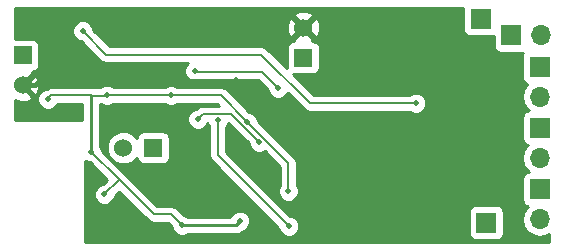
<source format=gbl>
G04 #@! TF.FileFunction,Copper,L2,Bot,Signal*
%FSLAX46Y46*%
G04 Gerber Fmt 4.6, Leading zero omitted, Abs format (unit mm)*
G04 Created by KiCad (PCBNEW 4.0.4-stable) date 09/22/17 01:36:47*
%MOMM*%
%LPD*%
G01*
G04 APERTURE LIST*
%ADD10C,0.150000*%
%ADD11R,1.524000X1.524000*%
%ADD12C,1.524000*%
%ADD13R,1.700000X1.700000*%
%ADD14O,1.700000X1.700000*%
%ADD15C,0.508000*%
%ADD16C,0.152000*%
%ADD17C,0.457200*%
%ADD18C,0.229000*%
%ADD19C,0.254000*%
G04 APERTURE END LIST*
D10*
D11*
X291025520Y-117905240D03*
D12*
X291025520Y-115365240D03*
D13*
X311035640Y-129055840D03*
D14*
X311035640Y-131595840D03*
D13*
X311035640Y-123853920D03*
D14*
X311035640Y-126393920D03*
D13*
X311020400Y-118667240D03*
D14*
X311020400Y-121207240D03*
D11*
X267250000Y-117710000D03*
D12*
X267250000Y-120250000D03*
D13*
X306030000Y-114620000D03*
D11*
X278315360Y-125535400D03*
D12*
X275775360Y-125535400D03*
D13*
X306504280Y-131875240D03*
X308622640Y-116025640D03*
D14*
X311162640Y-116025640D03*
D15*
X270238160Y-116614920D03*
X285290000Y-119810000D03*
X280440000Y-119800000D03*
X293525000Y-125500000D03*
X298875000Y-131350000D03*
X298475000Y-120800000D03*
X291725000Y-128350000D03*
X274180240Y-129497800D03*
X274380000Y-121080000D03*
X289760000Y-129210000D03*
X286282500Y-123362500D03*
X285625000Y-131775000D03*
X280760000Y-132120000D03*
X273050000Y-125880000D03*
X279820000Y-121110000D03*
X269380000Y-121420000D03*
X272328580Y-115647180D03*
X300550520Y-121776200D03*
X281820560Y-119076180D03*
X288881760Y-120516360D03*
X287276480Y-125057880D03*
X282079640Y-123122400D03*
X289790000Y-132180000D03*
X283770000Y-123230000D03*
D16*
X285290000Y-119810000D02*
X286438040Y-119810000D01*
X292128040Y-125500000D02*
X293525000Y-125500000D01*
X286438040Y-119810000D02*
X292128040Y-125500000D01*
D17*
X267250000Y-120250000D02*
X268335360Y-120250000D01*
X270238160Y-118347200D02*
X270238160Y-116614920D01*
X268335360Y-120250000D02*
X270238160Y-118347200D01*
D16*
X280450000Y-119810000D02*
X285290000Y-119810000D01*
X280440000Y-119800000D02*
X280450000Y-119810000D01*
X293425000Y-128350000D02*
X294650000Y-127125000D01*
X293525000Y-125500000D02*
X293525000Y-126000000D01*
X293525000Y-126000000D02*
X294650000Y-127125000D01*
X294650000Y-127125000D02*
X298875000Y-131350000D01*
X291725000Y-128350000D02*
X293425000Y-128350000D01*
X275393540Y-128223540D02*
X275393540Y-128284500D01*
X275393540Y-128284500D02*
X274180240Y-129497800D01*
X279820000Y-121110000D02*
X274410000Y-121110000D01*
X274410000Y-121110000D02*
X274380000Y-121080000D01*
X279820000Y-121110000D02*
X284030000Y-121110000D01*
X284030000Y-121110000D02*
X286282500Y-123362500D01*
X273040000Y-121120000D02*
X274340000Y-121120000D01*
X274340000Y-121120000D02*
X274380000Y-121080000D01*
X279820000Y-131180000D02*
X278700000Y-131180000D01*
X279820000Y-131180000D02*
X280760000Y-132120000D01*
X278700000Y-131180000D02*
X278350000Y-131180000D01*
X278350000Y-131180000D02*
X275393540Y-128223540D01*
X275393540Y-128223540D02*
X273050000Y-125880000D01*
X289760000Y-129210000D02*
X289760000Y-126840000D01*
X289760000Y-126840000D02*
X286282500Y-123362500D01*
D18*
X285280000Y-132120000D02*
X280760000Y-132120000D01*
X285280000Y-132120000D02*
X285625000Y-131775000D01*
X273040000Y-121110000D02*
X273040000Y-121120000D01*
X273040000Y-121120000D02*
X273040000Y-125870000D01*
X273040000Y-125870000D02*
X273050000Y-125880000D01*
D16*
X269690000Y-121110000D02*
X273040000Y-121110000D01*
X269380000Y-121420000D02*
X269690000Y-121110000D01*
X291594480Y-121776200D02*
X300550520Y-121776200D01*
X287474600Y-117656320D02*
X291594480Y-121776200D01*
X274337720Y-117656320D02*
X287474600Y-117656320D01*
X274337720Y-117656320D02*
X272328580Y-115647180D01*
X287489840Y-119124440D02*
X288881760Y-120516360D01*
X281868820Y-119124440D02*
X287489840Y-119124440D01*
X281868820Y-119124440D02*
X281820560Y-119076180D01*
X287276480Y-125057880D02*
X284914280Y-122695680D01*
X284914280Y-122695680D02*
X282506360Y-122695680D01*
X282506360Y-122695680D02*
X282079640Y-123122400D01*
X289790000Y-132180000D02*
X283770000Y-126160000D01*
X283770000Y-126160000D02*
X283770000Y-123230000D01*
D19*
G36*
X304532560Y-113770000D02*
X304532560Y-115470000D01*
X304576838Y-115705317D01*
X304715910Y-115921441D01*
X304928110Y-116066431D01*
X305180000Y-116117440D01*
X306880000Y-116117440D01*
X307115317Y-116073162D01*
X307125200Y-116066802D01*
X307125200Y-116875640D01*
X307169478Y-117110957D01*
X307308550Y-117327081D01*
X307520750Y-117472071D01*
X307772640Y-117523080D01*
X309472640Y-117523080D01*
X309622061Y-117494964D01*
X309573969Y-117565350D01*
X309522960Y-117817240D01*
X309522960Y-119517240D01*
X309567238Y-119752557D01*
X309706310Y-119968681D01*
X309918510Y-120113671D01*
X309985941Y-120127326D01*
X309941253Y-120157186D01*
X309619346Y-120638955D01*
X309506307Y-121207240D01*
X309619346Y-121775525D01*
X309941253Y-122257294D01*
X310110777Y-122370566D01*
X309950323Y-122400758D01*
X309734199Y-122539830D01*
X309589209Y-122752030D01*
X309538200Y-123003920D01*
X309538200Y-124703920D01*
X309582478Y-124939237D01*
X309721550Y-125155361D01*
X309933750Y-125300351D01*
X310001181Y-125314006D01*
X309956493Y-125343866D01*
X309634586Y-125825635D01*
X309521547Y-126393920D01*
X309634586Y-126962205D01*
X309956493Y-127443974D01*
X310140465Y-127566900D01*
X309950323Y-127602678D01*
X309734199Y-127741750D01*
X309589209Y-127953950D01*
X309538200Y-128205840D01*
X309538200Y-129905840D01*
X309582478Y-130141157D01*
X309721550Y-130357281D01*
X309933750Y-130502271D01*
X310001181Y-130515926D01*
X309956493Y-130545786D01*
X309634586Y-131027555D01*
X309521547Y-131595840D01*
X309634586Y-132164125D01*
X309956493Y-132645894D01*
X310438262Y-132967801D01*
X311006547Y-133080840D01*
X311064733Y-133080840D01*
X311633018Y-132967801D01*
X311815000Y-132846205D01*
X311815000Y-133485000D01*
X272537000Y-133485000D01*
X272537000Y-126624439D01*
X272545764Y-126633218D01*
X272872391Y-126768846D01*
X272933393Y-126768899D01*
X274418514Y-128254020D01*
X274063836Y-128608698D01*
X274004183Y-128608646D01*
X273677320Y-128743703D01*
X273427022Y-128993564D01*
X273291394Y-129320191D01*
X273291086Y-129673857D01*
X273426143Y-130000720D01*
X273676004Y-130251018D01*
X274002631Y-130386646D01*
X274356297Y-130386954D01*
X274683160Y-130251897D01*
X274933458Y-130002036D01*
X275069086Y-129675409D01*
X275069139Y-129614407D01*
X275424020Y-129259526D01*
X277847247Y-131682753D01*
X278077912Y-131836878D01*
X278350000Y-131891000D01*
X279525494Y-131891000D01*
X279870898Y-132236404D01*
X279870846Y-132296057D01*
X280005903Y-132622920D01*
X280255764Y-132873218D01*
X280582391Y-133008846D01*
X280936057Y-133009154D01*
X281262920Y-132874097D01*
X281267525Y-132869500D01*
X285279995Y-132869500D01*
X285280000Y-132869501D01*
X285566822Y-132812448D01*
X285788776Y-132664143D01*
X285801057Y-132664154D01*
X286127920Y-132529097D01*
X286378218Y-132279236D01*
X286513846Y-131952609D01*
X286514154Y-131598943D01*
X286379097Y-131272080D01*
X286129236Y-131021782D01*
X285802609Y-130886154D01*
X285448943Y-130885846D01*
X285122080Y-131020903D01*
X284871782Y-131270764D01*
X284830368Y-131370500D01*
X281267948Y-131370500D01*
X281264236Y-131366782D01*
X280937609Y-131231154D01*
X280876607Y-131231101D01*
X280322753Y-130677247D01*
X280092088Y-130523122D01*
X279820000Y-130469000D01*
X278644506Y-130469000D01*
X273987567Y-125812061D01*
X274378118Y-125812061D01*
X274590350Y-126325703D01*
X274982990Y-126719029D01*
X275496260Y-126932157D01*
X276052021Y-126932642D01*
X276565663Y-126720410D01*
X276919123Y-126367567D01*
X276950198Y-126532717D01*
X277089270Y-126748841D01*
X277301470Y-126893831D01*
X277553360Y-126944840D01*
X279077360Y-126944840D01*
X279312677Y-126900562D01*
X279528801Y-126761490D01*
X279673791Y-126549290D01*
X279724800Y-126297400D01*
X279724800Y-124773400D01*
X279680522Y-124538083D01*
X279541450Y-124321959D01*
X279329250Y-124176969D01*
X279077360Y-124125960D01*
X277553360Y-124125960D01*
X277318043Y-124170238D01*
X277101919Y-124309310D01*
X276956929Y-124521510D01*
X276919868Y-124704524D01*
X276567730Y-124351771D01*
X276054460Y-124138643D01*
X275498699Y-124138158D01*
X274985057Y-124350390D01*
X274591731Y-124743030D01*
X274378603Y-125256300D01*
X274378118Y-125812061D01*
X273987567Y-125812061D01*
X273939102Y-125763596D01*
X273939154Y-125703943D01*
X273804097Y-125377080D01*
X273789500Y-125362457D01*
X273789500Y-121831000D01*
X273873550Y-121831000D01*
X273875764Y-121833218D01*
X274202391Y-121968846D01*
X274556057Y-121969154D01*
X274882920Y-121834097D01*
X274896040Y-121821000D01*
X279273620Y-121821000D01*
X279315764Y-121863218D01*
X279642391Y-121998846D01*
X279996057Y-121999154D01*
X280322920Y-121864097D01*
X280366092Y-121821000D01*
X283735494Y-121821000D01*
X283899174Y-121984680D01*
X282506360Y-121984680D01*
X282234272Y-122038802D01*
X282003607Y-122192927D01*
X281963236Y-122233298D01*
X281903583Y-122233246D01*
X281576720Y-122368303D01*
X281326422Y-122618164D01*
X281190794Y-122944791D01*
X281190486Y-123298457D01*
X281325543Y-123625320D01*
X281575404Y-123875618D01*
X281902031Y-124011246D01*
X282255697Y-124011554D01*
X282582560Y-123876497D01*
X282832858Y-123626636D01*
X282902595Y-123458693D01*
X283015903Y-123732920D01*
X283059000Y-123776092D01*
X283059000Y-126160000D01*
X283113122Y-126432088D01*
X283267247Y-126662753D01*
X288900898Y-132296404D01*
X288900846Y-132356057D01*
X289035903Y-132682920D01*
X289285764Y-132933218D01*
X289612391Y-133068846D01*
X289966057Y-133069154D01*
X290292920Y-132934097D01*
X290543218Y-132684236D01*
X290678846Y-132357609D01*
X290679154Y-132003943D01*
X290544097Y-131677080D01*
X290294236Y-131426782D01*
X289967609Y-131291154D01*
X289906607Y-131291101D01*
X289640746Y-131025240D01*
X305006840Y-131025240D01*
X305006840Y-132725240D01*
X305051118Y-132960557D01*
X305190190Y-133176681D01*
X305402390Y-133321671D01*
X305654280Y-133372680D01*
X307354280Y-133372680D01*
X307589597Y-133328402D01*
X307805721Y-133189330D01*
X307950711Y-132977130D01*
X308001720Y-132725240D01*
X308001720Y-131025240D01*
X307957442Y-130789923D01*
X307818370Y-130573799D01*
X307606170Y-130428809D01*
X307354280Y-130377800D01*
X305654280Y-130377800D01*
X305418963Y-130422078D01*
X305202839Y-130561150D01*
X305057849Y-130773350D01*
X305006840Y-131025240D01*
X289640746Y-131025240D01*
X284481000Y-125865494D01*
X284481000Y-123776380D01*
X284523218Y-123734236D01*
X284647655Y-123434561D01*
X286387378Y-125174284D01*
X286387326Y-125233937D01*
X286522383Y-125560800D01*
X286772244Y-125811098D01*
X287098871Y-125946726D01*
X287452537Y-125947034D01*
X287741946Y-125827452D01*
X289049000Y-127134506D01*
X289049000Y-128663620D01*
X289006782Y-128705764D01*
X288871154Y-129032391D01*
X288870846Y-129386057D01*
X289005903Y-129712920D01*
X289255764Y-129963218D01*
X289582391Y-130098846D01*
X289936057Y-130099154D01*
X290262920Y-129964097D01*
X290513218Y-129714236D01*
X290648846Y-129387609D01*
X290649154Y-129033943D01*
X290514097Y-128707080D01*
X290471000Y-128663908D01*
X290471000Y-126840000D01*
X290416878Y-126567912D01*
X290262753Y-126337247D01*
X287171602Y-123246096D01*
X287171654Y-123186443D01*
X287036597Y-122859580D01*
X286786736Y-122609282D01*
X286460109Y-122473654D01*
X286399107Y-122473601D01*
X284532753Y-120607247D01*
X284302088Y-120453122D01*
X284030000Y-120399000D01*
X280366380Y-120399000D01*
X280324236Y-120356782D01*
X279997609Y-120221154D01*
X279643943Y-120220846D01*
X279317080Y-120355903D01*
X279273908Y-120399000D01*
X274956328Y-120399000D01*
X274884236Y-120326782D01*
X274557609Y-120191154D01*
X274203943Y-120190846D01*
X273877080Y-120325903D01*
X273793838Y-120409000D01*
X273283827Y-120409000D01*
X273040000Y-120360500D01*
X272846447Y-120399000D01*
X269690000Y-120399000D01*
X269417912Y-120453122D01*
X269301462Y-120530931D01*
X269203943Y-120530846D01*
X268877080Y-120665903D01*
X268626782Y-120915764D01*
X268491154Y-121242391D01*
X268490846Y-121596057D01*
X268625903Y-121922920D01*
X268875764Y-122173218D01*
X269202391Y-122308846D01*
X269556057Y-122309154D01*
X269882920Y-122174097D01*
X270133218Y-121924236D01*
X270176086Y-121821000D01*
X272290500Y-121821000D01*
X272290500Y-123173000D01*
X266605000Y-123173000D01*
X266605000Y-121503130D01*
X267042302Y-121659144D01*
X267597368Y-121631362D01*
X267981143Y-121472397D01*
X268050608Y-121230213D01*
X267250000Y-120429605D01*
X267235858Y-120443748D01*
X267056253Y-120264143D01*
X267070395Y-120250000D01*
X267429605Y-120250000D01*
X268230213Y-121050608D01*
X268472397Y-120981143D01*
X268659144Y-120457698D01*
X268631362Y-119902632D01*
X268472397Y-119518857D01*
X268230213Y-119449392D01*
X267429605Y-120250000D01*
X267070395Y-120250000D01*
X267056253Y-120235858D01*
X267235858Y-120056253D01*
X267250000Y-120070395D01*
X268050608Y-119269787D01*
X268007484Y-119119440D01*
X268012000Y-119119440D01*
X268247317Y-119075162D01*
X268463441Y-118936090D01*
X268608431Y-118723890D01*
X268659440Y-118472000D01*
X268659440Y-116948000D01*
X268615162Y-116712683D01*
X268476090Y-116496559D01*
X268263890Y-116351569D01*
X268012000Y-116300560D01*
X266605000Y-116300560D01*
X266605000Y-115823237D01*
X271439426Y-115823237D01*
X271574483Y-116150100D01*
X271824344Y-116400398D01*
X272150971Y-116536026D01*
X272211973Y-116536079D01*
X273834967Y-118159073D01*
X274065632Y-118313198D01*
X274337720Y-118367320D01*
X281272324Y-118367320D01*
X281067342Y-118571944D01*
X280931714Y-118898571D01*
X280931406Y-119252237D01*
X281066463Y-119579100D01*
X281316324Y-119829398D01*
X281642951Y-119965026D01*
X281996617Y-119965334D01*
X282310985Y-119835440D01*
X287195334Y-119835440D01*
X287992658Y-120632764D01*
X287992606Y-120692417D01*
X288127663Y-121019280D01*
X288377524Y-121269578D01*
X288704151Y-121405206D01*
X289057817Y-121405514D01*
X289384680Y-121270457D01*
X289634978Y-121020596D01*
X289693187Y-120880413D01*
X291091727Y-122278953D01*
X291322392Y-122433078D01*
X291594480Y-122487200D01*
X300004140Y-122487200D01*
X300046284Y-122529418D01*
X300372911Y-122665046D01*
X300726577Y-122665354D01*
X301053440Y-122530297D01*
X301303738Y-122280436D01*
X301439366Y-121953809D01*
X301439674Y-121600143D01*
X301304617Y-121273280D01*
X301054756Y-121022982D01*
X300728129Y-120887354D01*
X300374463Y-120887046D01*
X300047600Y-121022103D01*
X300004428Y-121065200D01*
X291888986Y-121065200D01*
X290106711Y-119282925D01*
X290263520Y-119314680D01*
X291787520Y-119314680D01*
X292022837Y-119270402D01*
X292238961Y-119131330D01*
X292383951Y-118919130D01*
X292434960Y-118667240D01*
X292434960Y-117143240D01*
X292390682Y-116907923D01*
X292251610Y-116691799D01*
X292039410Y-116546809D01*
X291787520Y-116495800D01*
X291783004Y-116495800D01*
X291826128Y-116345453D01*
X291025520Y-115544845D01*
X290224912Y-116345453D01*
X290268036Y-116495800D01*
X290263520Y-116495800D01*
X290028203Y-116540078D01*
X289812079Y-116679150D01*
X289667089Y-116891350D01*
X289616080Y-117143240D01*
X289616080Y-118667240D01*
X289645064Y-118821278D01*
X287977353Y-117153567D01*
X287746688Y-116999442D01*
X287474600Y-116945320D01*
X274632226Y-116945320D01*
X273217682Y-115530776D01*
X273217734Y-115471123D01*
X273088166Y-115157542D01*
X289616376Y-115157542D01*
X289644158Y-115712608D01*
X289803123Y-116096383D01*
X290045307Y-116165848D01*
X290845915Y-115365240D01*
X291205125Y-115365240D01*
X292005733Y-116165848D01*
X292247917Y-116096383D01*
X292434664Y-115572938D01*
X292406882Y-115017872D01*
X292247917Y-114634097D01*
X292005733Y-114564632D01*
X291205125Y-115365240D01*
X290845915Y-115365240D01*
X290045307Y-114564632D01*
X289803123Y-114634097D01*
X289616376Y-115157542D01*
X273088166Y-115157542D01*
X273082677Y-115144260D01*
X272832816Y-114893962D01*
X272506189Y-114758334D01*
X272152523Y-114758026D01*
X271825660Y-114893083D01*
X271575362Y-115142944D01*
X271439734Y-115469571D01*
X271439426Y-115823237D01*
X266605000Y-115823237D01*
X266605000Y-114385027D01*
X290224912Y-114385027D01*
X291025520Y-115185635D01*
X291826128Y-114385027D01*
X291756663Y-114142843D01*
X291233218Y-113956096D01*
X290678152Y-113983878D01*
X290294377Y-114142843D01*
X290224912Y-114385027D01*
X266605000Y-114385027D01*
X266605000Y-113675000D01*
X304551798Y-113675000D01*
X304532560Y-113770000D01*
X304532560Y-113770000D01*
G37*
X304532560Y-113770000D02*
X304532560Y-115470000D01*
X304576838Y-115705317D01*
X304715910Y-115921441D01*
X304928110Y-116066431D01*
X305180000Y-116117440D01*
X306880000Y-116117440D01*
X307115317Y-116073162D01*
X307125200Y-116066802D01*
X307125200Y-116875640D01*
X307169478Y-117110957D01*
X307308550Y-117327081D01*
X307520750Y-117472071D01*
X307772640Y-117523080D01*
X309472640Y-117523080D01*
X309622061Y-117494964D01*
X309573969Y-117565350D01*
X309522960Y-117817240D01*
X309522960Y-119517240D01*
X309567238Y-119752557D01*
X309706310Y-119968681D01*
X309918510Y-120113671D01*
X309985941Y-120127326D01*
X309941253Y-120157186D01*
X309619346Y-120638955D01*
X309506307Y-121207240D01*
X309619346Y-121775525D01*
X309941253Y-122257294D01*
X310110777Y-122370566D01*
X309950323Y-122400758D01*
X309734199Y-122539830D01*
X309589209Y-122752030D01*
X309538200Y-123003920D01*
X309538200Y-124703920D01*
X309582478Y-124939237D01*
X309721550Y-125155361D01*
X309933750Y-125300351D01*
X310001181Y-125314006D01*
X309956493Y-125343866D01*
X309634586Y-125825635D01*
X309521547Y-126393920D01*
X309634586Y-126962205D01*
X309956493Y-127443974D01*
X310140465Y-127566900D01*
X309950323Y-127602678D01*
X309734199Y-127741750D01*
X309589209Y-127953950D01*
X309538200Y-128205840D01*
X309538200Y-129905840D01*
X309582478Y-130141157D01*
X309721550Y-130357281D01*
X309933750Y-130502271D01*
X310001181Y-130515926D01*
X309956493Y-130545786D01*
X309634586Y-131027555D01*
X309521547Y-131595840D01*
X309634586Y-132164125D01*
X309956493Y-132645894D01*
X310438262Y-132967801D01*
X311006547Y-133080840D01*
X311064733Y-133080840D01*
X311633018Y-132967801D01*
X311815000Y-132846205D01*
X311815000Y-133485000D01*
X272537000Y-133485000D01*
X272537000Y-126624439D01*
X272545764Y-126633218D01*
X272872391Y-126768846D01*
X272933393Y-126768899D01*
X274418514Y-128254020D01*
X274063836Y-128608698D01*
X274004183Y-128608646D01*
X273677320Y-128743703D01*
X273427022Y-128993564D01*
X273291394Y-129320191D01*
X273291086Y-129673857D01*
X273426143Y-130000720D01*
X273676004Y-130251018D01*
X274002631Y-130386646D01*
X274356297Y-130386954D01*
X274683160Y-130251897D01*
X274933458Y-130002036D01*
X275069086Y-129675409D01*
X275069139Y-129614407D01*
X275424020Y-129259526D01*
X277847247Y-131682753D01*
X278077912Y-131836878D01*
X278350000Y-131891000D01*
X279525494Y-131891000D01*
X279870898Y-132236404D01*
X279870846Y-132296057D01*
X280005903Y-132622920D01*
X280255764Y-132873218D01*
X280582391Y-133008846D01*
X280936057Y-133009154D01*
X281262920Y-132874097D01*
X281267525Y-132869500D01*
X285279995Y-132869500D01*
X285280000Y-132869501D01*
X285566822Y-132812448D01*
X285788776Y-132664143D01*
X285801057Y-132664154D01*
X286127920Y-132529097D01*
X286378218Y-132279236D01*
X286513846Y-131952609D01*
X286514154Y-131598943D01*
X286379097Y-131272080D01*
X286129236Y-131021782D01*
X285802609Y-130886154D01*
X285448943Y-130885846D01*
X285122080Y-131020903D01*
X284871782Y-131270764D01*
X284830368Y-131370500D01*
X281267948Y-131370500D01*
X281264236Y-131366782D01*
X280937609Y-131231154D01*
X280876607Y-131231101D01*
X280322753Y-130677247D01*
X280092088Y-130523122D01*
X279820000Y-130469000D01*
X278644506Y-130469000D01*
X273987567Y-125812061D01*
X274378118Y-125812061D01*
X274590350Y-126325703D01*
X274982990Y-126719029D01*
X275496260Y-126932157D01*
X276052021Y-126932642D01*
X276565663Y-126720410D01*
X276919123Y-126367567D01*
X276950198Y-126532717D01*
X277089270Y-126748841D01*
X277301470Y-126893831D01*
X277553360Y-126944840D01*
X279077360Y-126944840D01*
X279312677Y-126900562D01*
X279528801Y-126761490D01*
X279673791Y-126549290D01*
X279724800Y-126297400D01*
X279724800Y-124773400D01*
X279680522Y-124538083D01*
X279541450Y-124321959D01*
X279329250Y-124176969D01*
X279077360Y-124125960D01*
X277553360Y-124125960D01*
X277318043Y-124170238D01*
X277101919Y-124309310D01*
X276956929Y-124521510D01*
X276919868Y-124704524D01*
X276567730Y-124351771D01*
X276054460Y-124138643D01*
X275498699Y-124138158D01*
X274985057Y-124350390D01*
X274591731Y-124743030D01*
X274378603Y-125256300D01*
X274378118Y-125812061D01*
X273987567Y-125812061D01*
X273939102Y-125763596D01*
X273939154Y-125703943D01*
X273804097Y-125377080D01*
X273789500Y-125362457D01*
X273789500Y-121831000D01*
X273873550Y-121831000D01*
X273875764Y-121833218D01*
X274202391Y-121968846D01*
X274556057Y-121969154D01*
X274882920Y-121834097D01*
X274896040Y-121821000D01*
X279273620Y-121821000D01*
X279315764Y-121863218D01*
X279642391Y-121998846D01*
X279996057Y-121999154D01*
X280322920Y-121864097D01*
X280366092Y-121821000D01*
X283735494Y-121821000D01*
X283899174Y-121984680D01*
X282506360Y-121984680D01*
X282234272Y-122038802D01*
X282003607Y-122192927D01*
X281963236Y-122233298D01*
X281903583Y-122233246D01*
X281576720Y-122368303D01*
X281326422Y-122618164D01*
X281190794Y-122944791D01*
X281190486Y-123298457D01*
X281325543Y-123625320D01*
X281575404Y-123875618D01*
X281902031Y-124011246D01*
X282255697Y-124011554D01*
X282582560Y-123876497D01*
X282832858Y-123626636D01*
X282902595Y-123458693D01*
X283015903Y-123732920D01*
X283059000Y-123776092D01*
X283059000Y-126160000D01*
X283113122Y-126432088D01*
X283267247Y-126662753D01*
X288900898Y-132296404D01*
X288900846Y-132356057D01*
X289035903Y-132682920D01*
X289285764Y-132933218D01*
X289612391Y-133068846D01*
X289966057Y-133069154D01*
X290292920Y-132934097D01*
X290543218Y-132684236D01*
X290678846Y-132357609D01*
X290679154Y-132003943D01*
X290544097Y-131677080D01*
X290294236Y-131426782D01*
X289967609Y-131291154D01*
X289906607Y-131291101D01*
X289640746Y-131025240D01*
X305006840Y-131025240D01*
X305006840Y-132725240D01*
X305051118Y-132960557D01*
X305190190Y-133176681D01*
X305402390Y-133321671D01*
X305654280Y-133372680D01*
X307354280Y-133372680D01*
X307589597Y-133328402D01*
X307805721Y-133189330D01*
X307950711Y-132977130D01*
X308001720Y-132725240D01*
X308001720Y-131025240D01*
X307957442Y-130789923D01*
X307818370Y-130573799D01*
X307606170Y-130428809D01*
X307354280Y-130377800D01*
X305654280Y-130377800D01*
X305418963Y-130422078D01*
X305202839Y-130561150D01*
X305057849Y-130773350D01*
X305006840Y-131025240D01*
X289640746Y-131025240D01*
X284481000Y-125865494D01*
X284481000Y-123776380D01*
X284523218Y-123734236D01*
X284647655Y-123434561D01*
X286387378Y-125174284D01*
X286387326Y-125233937D01*
X286522383Y-125560800D01*
X286772244Y-125811098D01*
X287098871Y-125946726D01*
X287452537Y-125947034D01*
X287741946Y-125827452D01*
X289049000Y-127134506D01*
X289049000Y-128663620D01*
X289006782Y-128705764D01*
X288871154Y-129032391D01*
X288870846Y-129386057D01*
X289005903Y-129712920D01*
X289255764Y-129963218D01*
X289582391Y-130098846D01*
X289936057Y-130099154D01*
X290262920Y-129964097D01*
X290513218Y-129714236D01*
X290648846Y-129387609D01*
X290649154Y-129033943D01*
X290514097Y-128707080D01*
X290471000Y-128663908D01*
X290471000Y-126840000D01*
X290416878Y-126567912D01*
X290262753Y-126337247D01*
X287171602Y-123246096D01*
X287171654Y-123186443D01*
X287036597Y-122859580D01*
X286786736Y-122609282D01*
X286460109Y-122473654D01*
X286399107Y-122473601D01*
X284532753Y-120607247D01*
X284302088Y-120453122D01*
X284030000Y-120399000D01*
X280366380Y-120399000D01*
X280324236Y-120356782D01*
X279997609Y-120221154D01*
X279643943Y-120220846D01*
X279317080Y-120355903D01*
X279273908Y-120399000D01*
X274956328Y-120399000D01*
X274884236Y-120326782D01*
X274557609Y-120191154D01*
X274203943Y-120190846D01*
X273877080Y-120325903D01*
X273793838Y-120409000D01*
X273283827Y-120409000D01*
X273040000Y-120360500D01*
X272846447Y-120399000D01*
X269690000Y-120399000D01*
X269417912Y-120453122D01*
X269301462Y-120530931D01*
X269203943Y-120530846D01*
X268877080Y-120665903D01*
X268626782Y-120915764D01*
X268491154Y-121242391D01*
X268490846Y-121596057D01*
X268625903Y-121922920D01*
X268875764Y-122173218D01*
X269202391Y-122308846D01*
X269556057Y-122309154D01*
X269882920Y-122174097D01*
X270133218Y-121924236D01*
X270176086Y-121821000D01*
X272290500Y-121821000D01*
X272290500Y-123173000D01*
X266605000Y-123173000D01*
X266605000Y-121503130D01*
X267042302Y-121659144D01*
X267597368Y-121631362D01*
X267981143Y-121472397D01*
X268050608Y-121230213D01*
X267250000Y-120429605D01*
X267235858Y-120443748D01*
X267056253Y-120264143D01*
X267070395Y-120250000D01*
X267429605Y-120250000D01*
X268230213Y-121050608D01*
X268472397Y-120981143D01*
X268659144Y-120457698D01*
X268631362Y-119902632D01*
X268472397Y-119518857D01*
X268230213Y-119449392D01*
X267429605Y-120250000D01*
X267070395Y-120250000D01*
X267056253Y-120235858D01*
X267235858Y-120056253D01*
X267250000Y-120070395D01*
X268050608Y-119269787D01*
X268007484Y-119119440D01*
X268012000Y-119119440D01*
X268247317Y-119075162D01*
X268463441Y-118936090D01*
X268608431Y-118723890D01*
X268659440Y-118472000D01*
X268659440Y-116948000D01*
X268615162Y-116712683D01*
X268476090Y-116496559D01*
X268263890Y-116351569D01*
X268012000Y-116300560D01*
X266605000Y-116300560D01*
X266605000Y-115823237D01*
X271439426Y-115823237D01*
X271574483Y-116150100D01*
X271824344Y-116400398D01*
X272150971Y-116536026D01*
X272211973Y-116536079D01*
X273834967Y-118159073D01*
X274065632Y-118313198D01*
X274337720Y-118367320D01*
X281272324Y-118367320D01*
X281067342Y-118571944D01*
X280931714Y-118898571D01*
X280931406Y-119252237D01*
X281066463Y-119579100D01*
X281316324Y-119829398D01*
X281642951Y-119965026D01*
X281996617Y-119965334D01*
X282310985Y-119835440D01*
X287195334Y-119835440D01*
X287992658Y-120632764D01*
X287992606Y-120692417D01*
X288127663Y-121019280D01*
X288377524Y-121269578D01*
X288704151Y-121405206D01*
X289057817Y-121405514D01*
X289384680Y-121270457D01*
X289634978Y-121020596D01*
X289693187Y-120880413D01*
X291091727Y-122278953D01*
X291322392Y-122433078D01*
X291594480Y-122487200D01*
X300004140Y-122487200D01*
X300046284Y-122529418D01*
X300372911Y-122665046D01*
X300726577Y-122665354D01*
X301053440Y-122530297D01*
X301303738Y-122280436D01*
X301439366Y-121953809D01*
X301439674Y-121600143D01*
X301304617Y-121273280D01*
X301054756Y-121022982D01*
X300728129Y-120887354D01*
X300374463Y-120887046D01*
X300047600Y-121022103D01*
X300004428Y-121065200D01*
X291888986Y-121065200D01*
X290106711Y-119282925D01*
X290263520Y-119314680D01*
X291787520Y-119314680D01*
X292022837Y-119270402D01*
X292238961Y-119131330D01*
X292383951Y-118919130D01*
X292434960Y-118667240D01*
X292434960Y-117143240D01*
X292390682Y-116907923D01*
X292251610Y-116691799D01*
X292039410Y-116546809D01*
X291787520Y-116495800D01*
X291783004Y-116495800D01*
X291826128Y-116345453D01*
X291025520Y-115544845D01*
X290224912Y-116345453D01*
X290268036Y-116495800D01*
X290263520Y-116495800D01*
X290028203Y-116540078D01*
X289812079Y-116679150D01*
X289667089Y-116891350D01*
X289616080Y-117143240D01*
X289616080Y-118667240D01*
X289645064Y-118821278D01*
X287977353Y-117153567D01*
X287746688Y-116999442D01*
X287474600Y-116945320D01*
X274632226Y-116945320D01*
X273217682Y-115530776D01*
X273217734Y-115471123D01*
X273088166Y-115157542D01*
X289616376Y-115157542D01*
X289644158Y-115712608D01*
X289803123Y-116096383D01*
X290045307Y-116165848D01*
X290845915Y-115365240D01*
X291205125Y-115365240D01*
X292005733Y-116165848D01*
X292247917Y-116096383D01*
X292434664Y-115572938D01*
X292406882Y-115017872D01*
X292247917Y-114634097D01*
X292005733Y-114564632D01*
X291205125Y-115365240D01*
X290845915Y-115365240D01*
X290045307Y-114564632D01*
X289803123Y-114634097D01*
X289616376Y-115157542D01*
X273088166Y-115157542D01*
X273082677Y-115144260D01*
X272832816Y-114893962D01*
X272506189Y-114758334D01*
X272152523Y-114758026D01*
X271825660Y-114893083D01*
X271575362Y-115142944D01*
X271439734Y-115469571D01*
X271439426Y-115823237D01*
X266605000Y-115823237D01*
X266605000Y-114385027D01*
X290224912Y-114385027D01*
X291025520Y-115185635D01*
X291826128Y-114385027D01*
X291756663Y-114142843D01*
X291233218Y-113956096D01*
X290678152Y-113983878D01*
X290294377Y-114142843D01*
X290224912Y-114385027D01*
X266605000Y-114385027D01*
X266605000Y-113675000D01*
X304551798Y-113675000D01*
X304532560Y-113770000D01*
M02*

</source>
